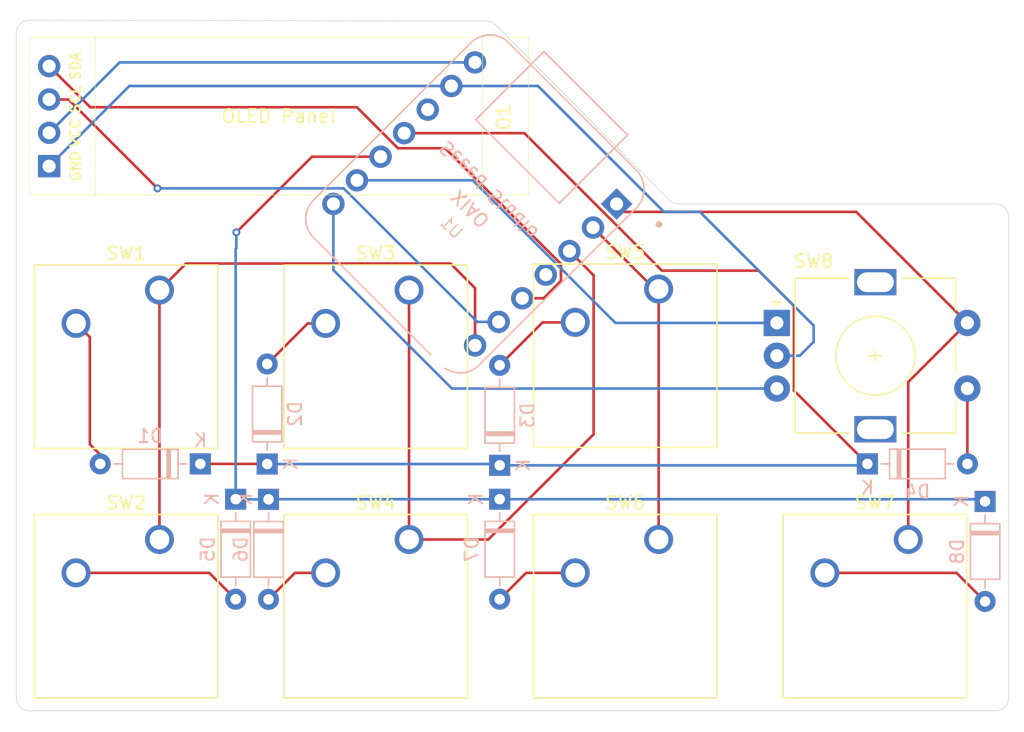
<source format=kicad_pcb>
(kicad_pcb (version 20240108) (generator "pcbnew") (generator_version "8.0")
  (layers (0 "F.Cu" signal) (31 "B.Cu" signal) (34 "B.Paste" user) (35 "F.Paste" user) (36 "B.SilkS" user "B.Silkscreen") (37 "F.SilkS" user "F.Silkscreen") (38 "B.Mask" user) (39 "F.Mask" user) (44 "Edge.Cuts" user))
  (net 0 "")
  (net 1 "ROW0")
  (net 2 "Net-(D1-A)")
  (net 3 "ROW1")
  (net 4 "Net-(D2-A)")
  (net 5 "Net-(D3-A)")
  (net 6 "Net-(D4-A)")
  (net 7 "Net-(D5-A)")
  (net 8 "Net-(D6-A)")
  (net 9 "Net-(D7-A)")
  (net 10 "Net-(D8-A)")
  (net 11 "COL0")
  (net 12 "COL1")
  (net 13 "COL2")
  (net 14 "COL3")
  (net 15 "GND")
  (net 16 "ROTA")
  (net 17 "ROTB")
  (net 19 "SDA")
  (net 20 "SCL")
  (net 21 "VCC")
  (footprint "Button_Switch_Keyboard:SW_Cherry_MX_1.00u_PCB" (layer "F.Cu") (at 261.05 145.95)
    (property "Reference" "SW7" (at -2.54 -2.794 0) (layer "F.SilkS"))
    (property "Value" "SW_Push_45deg")
    (fp_line (start -9.525 -1.905) (end 4.445 -1.905) (stroke (width 0.12)) (layer "F.SilkS"))
    (fp_line (start -9.525 12.065) (end -9.525 -1.905) (stroke (width 0.12)) (layer "F.SilkS"))
    (fp_line (start 4.445 -1.905) (end 4.445 12.065) (stroke (width 0.12)) (layer "F.SilkS"))
    (fp_line (start 4.445 12.065) (end -9.525 12.065) (stroke (width 0.12)) (layer "F.SilkS"))
    (pad "" np_thru_hole circle (at -7.62 5.08) (size 1.7 1.7) (drill 1.7) (layers "*.Cu" "*.Mask"))
    (pad "" np_thru_hole circle (at -2.54 5.08) (size 4 4) (drill 4) (layers "*.Cu" "*.Mask"))
    (pad "" np_thru_hole circle (at 2.54 5.08) (size 1.7 1.7) (drill 1.7) (layers "*.Cu" "*.Mask"))
    (pad "1" thru_hole circle (at 0 0) (size 2.2 2.2) (drill 1.5) (layers "*.Cu" "*.Mask") (net 14 "COL3"))
    (pad "2" thru_hole circle (at -6.35 2.54) (size 2.2 2.2) (drill 1.5) (layers "*.Cu" "*.Mask") (net 10 "Net-(D8-A)"))
  )
  (footprint "Button_Switch_Keyboard:SW_Cherry_MX_1.00u_PCB" (layer "F.Cu") (at 242.05 126.87)
    (property "Reference" "SW5" (at -2.54 -2.794 0) (layer "F.SilkS"))
    (property "Value" "SW_Push_45deg")
    (fp_line (start -9.525 -1.905) (end 4.445 -1.905) (stroke (width 0.12)) (layer "F.SilkS"))
    (fp_line (start -9.525 12.065) (end -9.525 -1.905) (stroke (width 0.12)) (layer "F.SilkS"))
    (fp_line (start 4.445 -1.905) (end 4.445 12.065) (stroke (width 0.12)) (layer "F.SilkS"))
    (fp_line (start 4.445 12.065) (end -9.525 12.065) (stroke (width 0.12)) (layer "F.SilkS"))
    (pad "" np_thru_hole circle (at -7.62 5.08) (size 1.7 1.7) (drill 1.7) (layers "*.Cu" "*.Mask"))
    (pad "" np_thru_hole circle (at -2.54 5.08) (size 4 4) (drill 4) (layers "*.Cu" "*.Mask"))
    (pad "" np_thru_hole circle (at 2.54 5.08) (size 1.7 1.7) (drill 1.7) (layers "*.Cu" "*.Mask"))
    (pad "1" thru_hole circle (at 0 0) (size 2.2 2.2) (drill 1.5) (layers "*.Cu" "*.Mask") (net 13 "COL2"))
    (pad "2" thru_hole circle (at -6.35 2.54) (size 2.2 2.2) (drill 1.5) (layers "*.Cu" "*.Mask") (net 5 "Net-(D3-A)"))
  )
  (footprint "Button_Switch_Keyboard:SW_Cherry_MX_1.00u_PCB" (layer "F.Cu") (at 204.05 145.95)
    (property "Reference" "SW2" (at -2.54 -2.794 0) (layer "F.SilkS"))
    (property "Value" "SW_Push_45deg")
    (fp_line (start -9.525 -1.905) (end 4.445 -1.905) (stroke (width 0.12)) (layer "F.SilkS"))
    (fp_line (start -9.525 12.065) (end -9.525 -1.905) (stroke (width 0.12)) (layer "F.SilkS"))
    (fp_line (start 4.445 -1.905) (end 4.445 12.065) (stroke (width 0.12)) (layer "F.SilkS"))
    (fp_line (start 4.445 12.065) (end -9.525 12.065) (stroke (width 0.12)) (layer "F.SilkS"))
    (pad "" np_thru_hole circle (at -7.62 5.08) (size 1.7 1.7) (drill 1.7) (layers "*.Cu" "*.Mask"))
    (pad "" np_thru_hole circle (at -2.54 5.08) (size 4 4) (drill 4) (layers "*.Cu" "*.Mask"))
    (pad "" np_thru_hole circle (at 2.54 5.08) (size 1.7 1.7) (drill 1.7) (layers "*.Cu" "*.Mask"))
    (pad "1" thru_hole circle (at 0 0) (size 2.2 2.2) (drill 1.5) (layers "*.Cu" "*.Mask") (net 11 "COL0"))
    (pad "2" thru_hole circle (at -6.35 2.54) (size 2.2 2.2) (drill 1.5) (layers "*.Cu" "*.Mask") (net 7 "Net-(D5-A)"))
  )
  (footprint "Button_Switch_Keyboard:SW_Cherry_MX_1.00u_PCB" (layer "F.Cu") (at 204.05 126.95)
    (property "Reference" "SW1" (at -2.54 -2.794 0) (layer "F.SilkS"))
    (property "Value" "SW_Push_45deg")
    (fp_line (start -9.525 -1.905) (end 4.445 -1.905) (stroke (width 0.12)) (layer "F.SilkS"))
    (fp_line (start -9.525 12.065) (end -9.525 -1.905) (stroke (width 0.12)) (layer "F.SilkS"))
    (fp_line (start 4.445 -1.905) (end 4.445 12.065) (stroke (width 0.12)) (layer "F.SilkS"))
    (fp_line (start 4.445 12.065) (end -9.525 12.065) (stroke (width 0.12)) (layer "F.SilkS"))
    (pad "" np_thru_hole circle (at -7.62 5.08) (size 1.7 1.7) (drill 1.7) (layers "*.Cu" "*.Mask"))
    (pad "" np_thru_hole circle (at -2.54 5.08) (size 4 4) (drill 4) (layers "*.Cu" "*.Mask"))
    (pad "" np_thru_hole circle (at 2.54 5.08) (size 1.7 1.7) (drill 1.7) (layers "*.Cu" "*.Mask"))
    (pad "1" thru_hole circle (at 0 0) (size 2.2 2.2) (drill 1.5) (layers "*.Cu" "*.Mask") (net 11 "COL0"))
    (pad "2" thru_hole circle (at -6.35 2.54) (size 2.2 2.2) (drill 1.5) (layers "*.Cu" "*.Mask") (net 2 "Net-(D1-A)"))
  )
  (footprint "Button_Switch_Keyboard:SW_Cherry_MX_1.00u_PCB" (layer "F.Cu") (at 242.05 145.95)
    (property "Reference" "SW6" (at -2.54 -2.794 0) (layer "F.SilkS"))
    (property "Value" "SW_Push_45deg")
    (fp_line (start -9.525 -1.905) (end 4.445 -1.905) (stroke (width 0.12)) (layer "F.SilkS"))
    (fp_line (start -9.525 12.065) (end -9.525 -1.905) (stroke (width 0.12)) (layer "F.SilkS"))
    (fp_line (start 4.445 -1.905) (end 4.445 12.065) (stroke (width 0.12)) (layer "F.SilkS"))
    (fp_line (start 4.445 12.065) (end -9.525 12.065) (stroke (width 0.12)) (layer "F.SilkS"))
    (pad "" np_thru_hole circle (at -7.62 5.08) (size 1.7 1.7) (drill 1.7) (layers "*.Cu" "*.Mask"))
    (pad "" np_thru_hole circle (at -2.54 5.08) (size 4 4) (drill 4) (layers "*.Cu" "*.Mask"))
    (pad "" np_thru_hole circle (at 2.54 5.08) (size 1.7 1.7) (drill 1.7) (layers "*.Cu" "*.Mask"))
    (pad "1" thru_hole circle (at 0 0) (size 2.2 2.2) (drill 1.5) (layers "*.Cu" "*.Mask") (net 13 "COL2"))
    (pad "2" thru_hole circle (at -6.35 2.54) (size 2.2 2.2) (drill 1.5) (layers "*.Cu" "*.Mask") (net 9 "Net-(D7-A)"))
  )
  (footprint "Button_Switch_Keyboard:SW_Cherry_MX_1.00u_PCB" (layer "F.Cu") (at 223.05 126.95)
    (property "Reference" "SW3" (at -2.54 -2.794 0) (layer "F.SilkS"))
    (property "Value" "SW_Push_45deg")
    (fp_line (start -9.525 -1.905) (end 4.445 -1.905) (stroke (width 0.12)) (layer "F.SilkS"))
    (fp_line (start -9.525 12.065) (end -9.525 -1.905) (stroke (width 0.12)) (layer "F.SilkS"))
    (fp_line (start 4.445 -1.905) (end 4.445 12.065) (stroke (width 0.12)) (layer "F.SilkS"))
    (fp_line (start 4.445 12.065) (end -9.525 12.065) (stroke (width 0.12)) (layer "F.SilkS"))
    (pad "" np_thru_hole circle (at -7.62 5.08) (size 1.7 1.7) (drill 1.7) (layers "*.Cu" "*.Mask"))
    (pad "" np_thru_hole circle (at -2.54 5.08) (size 4 4) (drill 4) (layers "*.Cu" "*.Mask"))
    (pad "" np_thru_hole circle (at 2.54 5.08) (size 1.7 1.7) (drill 1.7) (layers "*.Cu" "*.Mask"))
    (pad "1" thru_hole circle (at 0 0) (size 2.2 2.2) (drill 1.5) (layers "*.Cu" "*.Mask") (net 12 "COL1"))
    (pad "2" thru_hole circle (at -6.35 2.54) (size 2.2 2.2) (drill 1.5) (layers "*.Cu" "*.Mask") (net 4 "Net-(D2-A)"))
  )
  (footprint "Button_Switch_Keyboard:SW_Cherry_MX_1.00u_PCB" (layer "F.Cu") (at 223.05 145.95)
    (property "Reference" "SW4" (at -2.54 -2.794 0) (layer "F.SilkS"))
    (property "Value" "SW_Push_45deg")
    (fp_line (start -9.525 -1.905) (end 4.445 -1.905) (stroke (width 0.12)) (layer "F.SilkS"))
    (fp_line (start -9.525 12.065) (end -9.525 -1.905) (stroke (width 0.12)) (layer "F.SilkS"))
    (fp_line (start 4.445 -1.905) (end 4.445 12.065) (stroke (width 0.12)) (layer "F.SilkS"))
    (fp_line (start 4.445 12.065) (end -9.525 12.065) (stroke (width 0.12)) (layer "F.SilkS"))
    (pad "" np_thru_hole circle (at -7.62 5.08) (size 1.7 1.7) (drill 1.7) (layers "*.Cu" "*.Mask"))
    (pad "" np_thru_hole circle (at -2.54 5.08) (size 4 4) (drill 4) (layers "*.Cu" "*.Mask"))
    (pad "" np_thru_hole circle (at 2.54 5.08) (size 1.7 1.7) (drill 1.7) (layers "*.Cu" "*.Mask"))
    (pad "1" thru_hole circle (at 0 0) (size 2.2 2.2) (drill 1.5) (layers "*.Cu" "*.Mask") (net 12 "COL1"))
    (pad "2" thru_hole circle (at -6.35 2.54) (size 2.2 2.2) (drill 1.5) (layers "*.Cu" "*.Mask") (net 8 "Net-(D6-A)"))
  )
  (footprint "Rotary_Encoder:RotaryEncoder_Alps_EC11E-Switch_Vertical_H20mm" (layer "F.Cu") (at 251.05 129.45)
    (property "Reference" "SW8" (at 2.8 -4.7 0) (layer "F.SilkS"))
    (property "Value" "RotaryEncoder_Switch")
    (fp_line (start -0.3 -1.6) (end 0.3 -1.6) (stroke (width 0.12)) (layer "F.SilkS"))
    (fp_line (start 0 -1.3) (end -0.3 -1.6) (stroke (width 0.12)) (layer "F.SilkS"))
    (fp_line (start 0.3 -1.6) (end 0 -1.3) (stroke (width 0.12)) (layer "F.SilkS"))
    (fp_line (start 1.4 -3.4) (end 1.4 8.4) (stroke (width 0.12)) (layer "F.SilkS"))
    (fp_line (start 5.5 -3.4) (end 1.4 -3.4) (stroke (width 0.12)) (layer "F.SilkS"))
    (fp_line (start 5.5 8.4) (end 1.4 8.4) (stroke (width 0.12)) (layer "F.SilkS"))
    (fp_line (start 7 2.5) (end 8 2.5) (stroke (width 0.12)) (layer "F.SilkS"))
    (fp_line (start 7.5 2) (end 7.5 3) (stroke (width 0.12)) (layer "F.SilkS"))
    (fp_line (start 9.5 -3.4) (end 13.6 -3.4) (stroke (width 0.12)) (layer "F.SilkS"))
    (fp_line (start 13.6 -3.4) (end 13.6 -1) (stroke (width 0.12)) (layer "F.SilkS"))
    (fp_line (start 13.6 1.2) (end 13.6 3.8) (stroke (width 0.12)) (layer "F.SilkS"))
    (fp_line (start 13.6 6) (end 13.6 8.4) (stroke (width 0.12)) (layer "F.SilkS"))
    (fp_line (start 13.6 8.4) (end 9.5 8.4) (stroke (width 0.12)) (layer "F.SilkS"))
    (fp_circle (center 7.5 2.5) (end 10.5 2.5) (stroke (width 0.12)) (fill none) (layer "F.SilkS"))
    (pad "A" thru_hole rect (at 0 0) (size 2 2) (drill 1) (layers "*.Cu" "*.Mask") (net 16 "ROTA"))
    (pad "B" thru_hole circle (at 0 5) (size 2 2) (drill 1) (layers "*.Cu" "*.Mask") (net 17 "ROTB"))
    (pad "C" thru_hole circle (at 0 2.5) (size 2 2) (drill 1) (layers "*.Cu" "*.Mask") (net 15 "GND"))
    (pad "MP" thru_hole rect (at 7.5 -3.1) (size 3.2 2) (drill oval 2.8 1.5) (layers "*.Cu" "*.Mask"))
    (pad "MP" thru_hole rect (at 7.5 8.1) (size 3.2 2) (drill oval 2.8 1.5) (layers "*.Cu" "*.Mask"))
    (pad "S1" thru_hole circle (at 14.5 5) (size 2 2) (drill 1) (layers "*.Cu" "*.Mask") (net 6 "Net-(D4-A)"))
    (pad "S2" thru_hole circle (at 14.5 0) (size 2 2) (drill 1) (layers "*.Cu" "*.Mask") (net 14 "COL3"))
  )
  (footprint "Library:SSD1306-0.91-OLED-4pin-128x32" (layer "F.Cu") (at 232.15 119.7 180)
    (property "Reference" "O1" (at 1.9 5.91 90) (layer "F.SilkS"))
    (property "Value" "OLEd")
    (fp_line (start 38 12) (end 38 0) (stroke (width 0.04)) (layer "F.SilkS"))
    (fp_line (start 38 0) (end 0 0) (stroke (width 0.04)) (layer "F.SilkS"))
    (fp_line (start 33 0) (end 33 12) (stroke (width 0.04)) (layer "F.SilkS"))
    (fp_line (start 3.5 0) (end 3.5 12) (stroke (width 0.04)) (layer "F.SilkS"))
    (fp_line (start 0 11.999999) (end 38 12) (stroke (width 0.04)) (layer "F.SilkS"))
    (fp_line (start 0 0) (end 0 11.999999) (stroke (width 0.04)) (layer "F.SilkS"))
    (fp_text user "SDA" (at 34.499999 9.81 90) (layer "F.SilkS") (effects (font (size 0.75 0.75))))
    (fp_text user "GND" (at 34.5 2.19 90) (layer "F.SilkS") (effects (font (size 0.75 0.75))))
    (fp_text user "SCL" (at 34.5 7.27 90) (layer "F.SilkS") (effects (font (size 0.75 0.75))))
    (fp_text user "OLED Panel" (at 19 6 0) (layer "F.SilkS"))
    (fp_text user "VCC" (at 34.5 4.73 90) (layer "F.SilkS") (effects (font (size 0.75 0.75))))
    (pad "1" thru_hole rect (at 36.5 2.19 180) (size 1.7 1.7) (drill 1) (layers "*.Cu" "*.Mask") (net 15 "GND"))
    (pad "2" thru_hole oval (at 36.5 4.730001 180) (size 1.7 1.7) (drill 1) (layers "*.Cu" "*.Mask") (net 21 "VCC"))
    (pad "3" thru_hole oval (at 36.5 7.27 180) (size 1.7 1.7) (drill 1) (layers "*.Cu" "*.Mask") (net 20 "SCL"))
    (pad "4" thru_hole oval (at 36.5 9.81 180) (size 1.7 1.7) (drill 1) (layers "*.Cu" "*.Mask") (net 19 "SDA"))
  )
  (footprint "Diode_THT:D_DO-35_SOD27_P7.62mm_Horizontal" (layer "B.Cu") (at 229.95 142.880001 -90)
    (property "Reference" "D7" (at 3.81 2.12 90) (layer "B.SilkS") (effects (justify mirror)))
    (property "Value" "D")
    (fp_line (start 1.69 1.12) (end 5.93 1.12) (stroke (width 0.12)) (layer "B.SilkS"))
    (fp_line (start 5.93 1.12) (end 5.93 -1.12) (stroke (width 0.12)) (layer "B.SilkS"))
    (fp_line (start 1.69 0) (end 1.04 0) (stroke (width 0.12)) (layer "B.SilkS"))
    (fp_line (start 5.93 0) (end 6.58 0) (stroke (width 0.12)) (layer "B.SilkS"))
    (fp_line (start 1.69 -1.12) (end 1.69 1.12) (stroke (width 0.12)) (layer "B.SilkS"))
    (fp_line (start 2.29 -1.12) (end 2.29 1.12) (stroke (width 0.12)) (layer "B.SilkS"))
    (fp_line (start 2.41 -1.12) (end 2.41 1.12) (stroke (width 0.12)) (layer "B.SilkS"))
    (fp_line (start 2.53 -1.12) (end 2.53 1.12) (stroke (width 0.12)) (layer "B.SilkS"))
    (fp_line (start 5.93 -1.12) (end 1.69 -1.12) (stroke (width 0.12)) (layer "B.SilkS"))
    (fp_text user "K" (at 0 1.8 90) (layer "B.SilkS") (effects (justify mirror)))
    (pad "1" thru_hole rect (at 0 0 270) (size 1.6 1.6) (drill 0.8) (layers "*.Cu" "*.Mask") (net 3 "ROW1"))
    (pad "2" thru_hole oval (at 7.62 0 270) (size 1.6 1.6) (drill 0.8) (layers "*.Cu" "*.Mask") (net 9 "Net-(D7-A)"))
  )
  (footprint "Diode_THT:D_DO-35_SOD27_P7.62mm_Horizontal" (layer "B.Cu") (at 229.95 140.3 90)
    (property "Reference" "D3" (at 3.81 2.12 -90) (layer "B.SilkS") (effects (justify mirror)))
    (property "Value" "D")
    (fp_line (start 5.93 -1.12) (end 1.69 -1.12) (stroke (width 0.12)) (layer "B.SilkS"))
    (fp_line (start 2.53 -1.12) (end 2.53 1.12) (stroke (width 0.12)) (layer "B.SilkS"))
    (fp_line (start 2.41 -1.12) (end 2.41 1.12) (stroke (width 0.12)) (layer "B.SilkS"))
    (fp_line (start 2.29 -1.12) (end 2.29 1.12) (stroke (width 0.12)) (layer "B.SilkS"))
    (fp_line (start 1.69 -1.12) (end 1.69 1.12) (stroke (width 0.12)) (layer "B.SilkS"))
    (fp_line (start 5.93 0) (end 6.58 0) (stroke (width 0.12)) (layer "B.SilkS"))
    (fp_line (start 1.69 0) (end 1.04 0) (stroke (width 0.12)) (layer "B.SilkS"))
    (fp_line (start 5.93 1.12) (end 5.93 -1.12) (stroke (width 0.12)) (layer "B.SilkS"))
    (fp_line (start 1.69 1.12) (end 5.93 1.12) (stroke (width 0.12)) (layer "B.SilkS"))
    (fp_text user "K" (at 0 1.8 -90) (layer "B.SilkS") (effects (justify mirror)))
    (pad "1" thru_hole rect (at 0 0 90) (size 1.6 1.6) (drill 0.8) (layers "*.Cu" "*.Mask") (net 1 "ROW0"))
    (pad "2" thru_hole oval (at 7.62 0 90) (size 1.6 1.6) (drill 0.8) (layers "*.Cu" "*.Mask") (net 5 "Net-(D3-A)"))
  )
  (footprint "Diode_THT:D_DO-35_SOD27_P7.62mm_Horizontal" (layer "B.Cu") (at 266.9 143.05 -90)
    (property "Reference" "D8" (at 3.81 2.12 90) (layer "B.SilkS") (effects (justify mirror)))
    (property "Value" "D")
    (fp_line (start 1.69 1.12) (end 5.93 1.12) (stroke (width 0.12)) (layer "B.SilkS"))
    (fp_line (start 5.93 1.12) (end 5.93 -1.12) (stroke (width 0.12)) (layer "B.SilkS"))
    (fp_line (start 1.69 0) (end 1.04 0) (stroke (width 0.12)) (layer "B.SilkS"))
    (fp_line (start 5.93 0) (end 6.58 0) (stroke (width 0.12)) (layer "B.SilkS"))
    (fp_line (start 1.69 -1.12) (end 1.69 1.12) (stroke (width 0.12)) (layer "B.SilkS"))
    (fp_line (start 2.29 -1.12) (end 2.29 1.12) (stroke (width 0.12)) (layer "B.SilkS"))
    (fp_line (start 2.41 -1.12) (end 2.41 1.12) (stroke (width 0.12)) (layer "B.SilkS"))
    (fp_line (start 2.53 -1.12) (end 2.53 1.12) (stroke (width 0.12)) (layer "B.SilkS"))
    (fp_line (start 5.93 -1.12) (end 1.69 -1.12) (stroke (width 0.12)) (layer "B.SilkS"))
    (fp_text user "K" (at 0 1.8 90) (layer "B.SilkS") (effects (justify mirror)))
    (pad "1" thru_hole rect (at 0 0 270) (size 1.6 1.6) (drill 0.8) (layers "*.Cu" "*.Mask") (net 3 "ROW1"))
    (pad "2" thru_hole oval (at 7.62 0 270) (size 1.6 1.6) (drill 0.8) (layers "*.Cu" "*.Mask") (net 10 "Net-(D8-A)"))
  )
  (footprint "Library:XIAO-Generic-Thruhole-14P-2.54-21X17.8MM" (layer "B.Cu") (at 228.070157 120.386464 135)
    (property "Reference" "U1" (at 0 -2.54 -45) (layer "B.SilkS") (effects (font (size 0.889 0.889) (thickness 0.1016)) (justify mirror)))
    (property "Value" "Seeed Studio XIAO SAMD21" (hide yes))
    (fp_line (start 6.9 -10.5) (end -6.9 -10.5) (stroke (width 0.127)) (layer "B.SilkS"))
    (fp_line (start 8.9 8.5) (end 8.9 -8.5) (stroke (width 0.127)) (layer "B.SilkS"))
    (fp_line (start 4.5 4.57073) (end 4.5 11.92403) (stroke (width 0.127)) (layer "B.SilkS"))
    (fp_line (start -8.9 -8.5) (end -8.9 8.5) (stroke (width 0.127)) (layer "B.SilkS"))
    (fp_line (start 4.5 11.92403) (end -4.5 11.92403) (stroke (width 0.127)) (layer "B.SilkS"))
    (fp_line (start -4.5 4.57073) (end 4.5 4.57073) (stroke (width 0.127)) (layer "B.SilkS"))
    (fp_line (start -4.5 11.92403) (end -4.5 4.57073) (stroke (width 0.127)) (layer "B.SilkS"))
    (fp_line (start -6.9 10.49909) (end 6.9 10.49909) (stroke (width 0.127)) (layer "B.SilkS"))
    (fp_arc (start 6.9 -10.5) (mid 8.314213 -9.914213) (end 8.9 -8.5) (stroke (width 0.12)) (layer "B.SilkS"))
    (fp_arc (start 8.9 8.5) (mid 8.301494 9.901495) (end 6.9 10.5) (stroke (width 0.12)) (layer "B.SilkS"))
    (fp_arc (start -8.9 -8.5) (mid -8.301423 -9.901423) (end -6.9 -10.5) (stroke (width 0.12)) (layer "B.SilkS"))
    (fp_arc (start -6.9 10.5) (mid -8.301491 9.901491) (end -8.9 8.5) (stroke (width 0.12)) (layer "B.SilkS"))
    (fp_circle (center -11 8.8) (end -11 9.054) (fill solid) (layer "B.SilkS"))
    (fp_poly (pts (xy -8.887715 8.561705) (xy -8.884667 8.610473) (xy -8.880604 8.659494)) (stroke (width 0.0254)) (fill none) (layer "B.SilkS"))
    (fp_poly (pts (xy 8.889492 -8.521574) (xy 8.887713 -8.57085) (xy 8.884665 -8.619618) (xy 8.880601 -8.668639) (xy 8.875268 -8.717407) (xy 8.868664 -8.766175) (xy 8.861044 -8.81469) (xy 8.852152 -8.86295) (xy 8.842248 -8.910955)) (stroke (width 0.0254)) (fill none) (layer "B.SilkS"))
    (fp_text user "XIAO" (at 0 -0.499999 135) (layer "B.SilkS") (effects (justify mirror)))
    (fp_text user "Seeed Studio" (at 0 1.5 135) (layer "B.SilkS") (effects (justify mirror)))
    (pad "1" thru_hole rect (at -7.625 7.62 315) (size 1.7 1.7) (drill 1) (layers "*.Cu" "*.Mask") (net 14 "COL3"))
    (pad "2" thru_hole circle (at -7.625 5.08 315) (size 1.7 1.7) (drill 1) (layers "*.Cu" "*.Mask") (net 13 "COL2"))
    (pad "3" thru_hole circle (at -7.625 2.54 315) (size 1.7 1.7) (drill 1) (layers "*.Cu" "*.Mask") (net 12 "COL1"))
    (pad "4" thru_hole circle (at -7.625 0 315) (size 1.7 1.7) (drill 1) (layers "*.Cu" "*.Mask"))
    (pad "5" thru_hole circle (at -7.625 -2.54 315) (size 1.7 1.7) (drill 1) (layers "*.Cu" "*.Mask") (net 19 "SDA"))
    (pad "6" thru_hole circle (at -7.625 -5.08 135) (size 1.7 1.7) (drill 1) (layers "*.Cu" "*.Mask") (net 20 "SCL"))
    (pad "7" thru_hole circle (at -7.625 -7.62 315) (size 1.7 1.7) (drill 1) (layers "*.Cu" "*.Mask") (net 11 "COL0"))
    (pad "8" thru_hole circle (at 7.625 -7.62 315) (size 1.7 1.7) (drill 1) (layers "*.Cu" "*.Mask") (net 17 "ROTB"))
    (pad "9" thru_hole circle (at 7.625 -5.08 315) (size 1.7 1.7) (drill 1) (layers "*.Cu" "*.Mask") (net 16 "ROTA"))
    (pad "10" thru_hole circle (at 7.625 -2.54 315) (size 1.7 1.7) (drill 1) (layers "*.Cu" "*.Mask") (net 3 "ROW1"))
    (pad "11" thru_hole circle (at 7.625 0 315) (size 1.7 1.7) (drill 1) (layers "*.Cu" "*.Mask") (net 1 "ROW0"))
    (pad "12" thru_hole circle (at 7.625 2.54 315) (size 1.7 1.7) (drill 1) (layers "*.Cu" "*.Mask"))
    (pad "13" thru_hole circle (at 7.625 5.08 315) (size 1.7 1.7) (drill 1) (layers "*.Cu" "*.Mask") (net 15 "GND"))
    (pad "14" thru_hole circle (at 7.625 7.62 315) (size 1.7 1.7) (drill 1) (layers "*.Cu" "*.Mask") (net 21 "VCC"))
  )
  (footprint "Diode_THT:D_DO-35_SOD27_P7.62mm_Horizontal" (layer "B.Cu") (at 207.16 140.19 180)
    (property "Reference" "D1" (at 3.81 2.12 0) (layer "B.SilkS") (effects (justify mirror)))
    (property "Value" "D")
    (fp_line (start 5.93 1.12) (end 5.93 -1.12) (stroke (width 0.12)) (layer "B.SilkS"))
    (fp_line (start 5.93 0) (end 6.58 0) (stroke (width 0.12)) (layer "B.SilkS"))
    (fp_line (start 5.93 -1.12) (end 1.69 -1.12) (stroke (width 0.12)) (layer "B.SilkS"))
    (fp_line (start 2.53 -1.12) (end 2.53 1.12) (stroke (width 0.12)) (layer "B.SilkS"))
    (fp_line (start 2.41 -1.12) (end 2.41 1.12) (stroke (width 0.12)) (layer "B.SilkS"))
    (fp_line (start 2.29 -1.12) (end 2.29 1.12) (stroke (width 0.12)) (layer "B.SilkS"))
    (fp_line (start 1.69 1.12) (end 5.93 1.12) (stroke (width 0.12)) (layer "B.SilkS"))
    (fp_line (start 1.69 0) (end 1.04 0) (stroke (width 0.12)) (layer "B.SilkS"))
    (fp_line (start 1.69 -1.12) (end 1.69 1.12) (stroke (width 0.12)) (layer "B.SilkS"))
    (fp_text user "K" (at 0 1.8 0) (layer "B.SilkS") (effects (justify mirror)))
    (pad "1" thru_hole rect (at 0 0 180) (size 1.6 1.6) (drill 0.8) (layers "*.Cu" "*.Mask") (net 1 "ROW0"))
    (pad "2" thru_hole oval (at 7.62 0 180) (size 1.6 1.6) (drill 0.8) (layers "*.Cu" "*.Mask") (net 2 "Net-(D1-A)"))
  )
  (footprint "Diode_THT:D_DO-35_SOD27_P7.62mm_Horizontal" (layer "B.Cu") (at 209.85 142.880001 -90)
    (property "Reference" "D5" (at 3.81 2.12 90) (layer "B.SilkS") (effects (justify mirror)))
    (property "Value" "D")
    (fp_line (start 1.69 1.12) (end 5.93 1.12) (stroke (width 0.12)) (layer "B.SilkS"))
    (fp_line (start 5.93 1.12) (end 5.93 -1.12) (stroke (width 0.12)) (layer "B.SilkS"))
    (fp_line (start 1.69 0) (end 1.04 0) (stroke (width 0.12)) (layer "B.SilkS"))
    (fp_line (start 5.93 0) (end 6.58 0) (stroke (width 0.12)) (layer "B.SilkS"))
    (fp_line (start 1.69 -1.12) (end 1.69 1.12) (stroke (width 0.12)) (layer "B.SilkS"))
    (fp_line (start 2.29 -1.12) (end 2.29 1.12) (stroke (width 0.12)) (layer "B.SilkS"))
    (fp_line (start 2.41 -1.12) (end 2.41 1.12) (stroke (width 0.12)) (layer "B.SilkS"))
    (fp_line (start 2.53 -1.12) (end 2.53 1.12) (stroke (width 0.12)) (layer "B.SilkS"))
    (fp_line (start 5.93 -1.12) (end 1.69 -1.12) (stroke (width 0.12)) (layer "B.SilkS"))
    (fp_text user "K" (at 0 1.8 90) (layer "B.SilkS") (effects (justify mirror)))
    (pad "1" thru_hole rect (at 0 0 270) (size 1.6 1.6) (drill 0.8) (layers "*.Cu" "*.Mask") (net 3 "ROW1"))
    (pad "2" thru_hole oval (at 7.62 0 270) (size 1.6 1.6) (drill 0.8) (layers "*.Cu" "*.Mask") (net 7 "Net-(D5-A)"))
  )
  (footprint "Diode_THT:D_DO-35_SOD27_P7.62mm_Horizontal" (layer "B.Cu") (at 257.94 140.19)
    (property "Reference" "D4" (at 3.81 2.12 180) (layer "B.SilkS") (effects (justify mirror)))
    (property "Value" "D")
    (fp_line (start 1.69 -1.12) (end 1.69 1.12) (stroke (width 0.12)) (layer "B.SilkS"))
    (fp_line (start 1.69 0) (end 1.04 0) (stroke (width 0.12)) (layer "B.SilkS"))
    (fp_line (start 1.69 1.12) (end 5.93 1.12) (stroke (width 0.12)) (layer "B.SilkS"))
    (fp_line (start 2.29 -1.12) (end 2.29 1.12) (stroke (width 0.12)) (layer "B.SilkS"))
    (fp_line (start 2.41 -1.12) (end 2.41 1.12) (stroke (width 0.12)) (layer "B.SilkS"))
    (fp_line (start 2.53 -1.12) (end 2.53 1.12) (stroke (width 0.12)) (layer "B.SilkS"))
    (fp_line (start 5.93 -1.12) (end 1.69 -1.12) (stroke (width 0.12)) (layer "B.SilkS"))
    (fp_line (start 5.93 0) (end 6.58 0) (stroke (width 0.12)) (layer "B.SilkS"))
    (fp_line (start 5.93 1.12) (end 5.93 -1.12) (stroke (width 0.12)) (layer "B.SilkS"))
    (fp_text user "K" (at 0 1.8 180) (layer "B.SilkS") (effects (justify mirror)))
    (pad "1" thru_hole rect (at 0 0) (size 1.6 1.6) (drill 0.8) (layers "*.Cu" "*.Mask") (net 1 "ROW0"))
    (pad "2" thru_hole oval (at 7.62 0) (size 1.6 1.6) (drill 0.8) (layers "*.Cu" "*.Mask") (net 6 "Net-(D4-A)"))
  )
  (footprint "Diode_THT:D_DO-35_SOD27_P7.62mm_Horizontal" (layer "B.Cu") (at 212.35 142.89 -90)
    (property "Reference" "D6" (at 3.81 2.12 90) (layer "B.SilkS") (effects (justify mirror)))
    (property "Value" "D")
    (fp_line (start 1.69 1.12) (end 5.93 1.12) (stroke (width 0.12)) (layer "B.SilkS"))
    (fp_line (start 5.93 1.12) (end 5.93 -1.12) (stroke (width 0.12)) (layer "B.SilkS"))
    (fp_line (start 1.69 0) (end 1.04 0) (stroke (width 0.12)) (layer "B.SilkS"))
    (fp_line (start 5.93 0) (end 6.58 0) (stroke (width 0.12)) (layer "B.SilkS"))
    (fp_line (start 1.69 -1.12) (end 1.69 1.12) (stroke (width 0.12)) (layer "B.SilkS"))
    (fp_line (start 2.29 -1.12) (end 2.29 1.12) (stroke (width 0.12)) (layer "B.SilkS"))
    (fp_line (start 2.41 -1.12) (end 2.41 1.12) (stroke (width 0.12)) (layer "B.SilkS"))
    (fp_line (start 2.53 -1.12) (end 2.53 1.12) (stroke (width 0.12)) (layer "B.SilkS"))
    (fp_line (start 5.93 -1.12) (end 1.69 -1.12) (stroke (width 0.12)) (layer "B.SilkS"))
    (fp_text user "K" (at 0 1.8 90) (layer "B.SilkS") (effects (justify mirror)))
    (pad "1" thru_hole rect (at 0 0 270) (size 1.6 1.6) (drill 0.8) (layers "*.Cu" "*.Mask") (net 3 "ROW1"))
    (pad "2" thru_hole oval (at 7.62 0 270) (size 1.6 1.6) (drill 0.8) (layers "*.Cu" "*.Mask") (net 8 "Net-(D6-A)"))
  )
  (footprint "Diode_THT:D_DO-35_SOD27_P7.62mm_Horizontal" (layer "B.Cu") (at 212.25 140.2 90)
    (property "Reference" "D2" (at 3.81 2.12 -90) (layer "B.SilkS") (effects (justify mirror)))
    (property "Value" "D")
    (fp_line (start 5.93 -1.12) (end 1.69 -1.12) (stroke (width 0.12)) (layer "B.SilkS"))
    (fp_line (start 2.53 -1.12) (end 2.53 1.12) (stroke (width 0.12)) (layer "B.SilkS"))
    (fp_line (start 2.41 -1.12) (end 2.41 1.12) (stroke (width 0.12)) (layer "B.SilkS"))
    (fp_line (start 2.29 -1.12) (end 2.29 1.12) (stroke (width 0.12)) (layer "B.SilkS"))
    (fp_line (start 1.69 -1.12) (end 1.69 1.12) (stroke (width 0.12)) (layer "B.SilkS"))
    (fp_line (start 5.93 0) (end 6.58 0) (stroke (width 0.12)) (layer "B.SilkS"))
    (fp_line (start 1.69 0) (end 1.04 0) (stroke (width 0.12)) (layer "B.SilkS"))
    (fp_line (start 5.93 1.12) (end 5.93 -1.12) (stroke (width 0.12)) (layer "B.SilkS"))
    (fp_line (start 1.69 1.12) (end 5.93 1.12) (stroke (width 0.12)) (layer "B.SilkS"))
    (fp_text user "K" (at 0 1.8 -90) (layer "B.SilkS") (effects (justify mirror)))
    (pad "1" thru_hole rect (at 0 0 90) (size 1.6 1.6) (drill 0.8) (layers "*.Cu" "*.Mask") (net 1 "ROW0"))
    (pad "2" thru_hole oval (at 7.62 0 90) (size 1.6 1.6) (drill 0.8) (layers "*.Cu" "*.Mask") (net 4 "Net-(D2-A)"))
  )
  (gr_line (start 193.15 158) (end 193.15 120.95) (stroke (width 0.05)) (layer "Edge.Cuts"))
  (gr_line (start 267.692893 159) (end 194.15 159) (stroke (width 0.05)) (layer "Edge.Cuts"))
  (gr_arc (start 268.692893 158) (mid 268.4 158.707107) (end 267.692893 159) (stroke (width 0.05)) (layer "Edge.Cuts"))
  (gr_line (start 268.692893 121.39) (end 268.692893 158) (stroke (width 0.05)) (layer "Edge.Cuts"))
  (gr_line (start 194.1515 106.391502) (end 228.933708 106.449376) (stroke (width 0.05)) (layer "Edge.Cuts"))
  (gr_arc (start 194.15 159) (mid 193.442893 158.707107) (end 193.15 158) (stroke (width 0.05)) (layer "Edge.Cuts"))
  (gr_arc (start 193.15 107.391501) (mid 193.443423 106.683863) (end 194.1515 106.391502) (stroke (width 0.05)) (layer "Edge.Cuts"))
  (gr_line (start 193.15 120.95) (end 193.15 107.391501) (stroke (width 0.05)) (layer "Edge.Cuts"))
  (gr_arc (start 228.933708 106.449376) (mid 229.317913 106.526754) (end 229.642874 106.745845) (stroke (width 0.05)) (layer "Edge.Cuts"))
  (gr_arc (start 243.567173 120.39) (mid 243.18216 120.312908) (end 242.856507 120.093529) (stroke (width 0.05)) (layer "Edge.Cuts"))
  (gr_line (start 243.567173 120.39) (end 267.692893 120.39) (stroke (width 0.05)) (layer "Edge.Cuts"))
  (gr_line (start 229.642874 106.745845) (end 242.856507 120.093529) (stroke (width 0.05)) (layer "Edge.Cuts"))
  (gr_arc (start 267.692893 120.39) (mid 268.4 120.682893) (end 268.692893 121.39) (stroke (width 0.05)) (layer "Edge.Cuts"))
  (segment (start 252.35 128.15) (end 252.35 134.6) (width 0.2) (layer "F.Cu") (net 1))
  (segment (start 222.678468 114.994775) (end 231.828429 114.994775) (width 0.2) (layer "F.Cu") (net 1))
  (segment (start 249.67 125.47) (end 252.35 128.15) (width 0.2) (layer "F.Cu") (net 1))
  (segment (start 252.35 134.6) (end 257.94 140.19) (width 0.2) (layer "F.Cu") (net 1))
  (segment (start 207.16 140.19) (end 212.24 140.19) (width 0.2) (layer "F.Cu") (net 1))
  (segment (start 231.828429 114.994775) (end 242.303654 125.47) (width 0.2) (layer "F.Cu") (net 1))
  (segment (start 212.24 140.19) (end 212.25 140.2) (width 0.2) (layer "F.Cu") (net 1))
  (segment (start 242.303654 125.47) (end 249.67 125.47) (width 0.2) (layer "F.Cu") (net 1))
  (segment (start 229.95 140.3) (end 257.83 140.3) (width 0.2) (layer "B.Cu") (net 1))
  (segment (start 257.83 140.3) (end 257.94 140.19) (width 0.2) (layer "B.Cu") (net 1))
  (segment (start 229.15 140.2) (end 212.25 140.2) (width 0.2) (layer "B.Cu") (net 1))
  (segment (start 229.95 140.3) (end 229.25 140.3) (width 0.2) (layer "B.Cu") (net 1))
  (segment (start 206.86 140.09) (end 206.46 140.49) (width 0.2) (layer "B.Cu") (net 1))
  (segment (start 229.25 140.3) (end 229.15 140.2) (width 0.2) (layer "B.Cu") (net 1))
  (segment (start 212.15 140.1) (end 212.14 140.09) (width 0.2) (layer "B.Cu") (net 1))
  (segment (start 198.75 138.7) (end 198.75 130.54) (width 0.2) (layer "F.Cu") (net 2))
  (segment (start 198.75 130.54) (end 197.7 129.49) (width 0.2) (layer "F.Cu") (net 2))
  (segment (start 200.24 140.19) (end 198.75 138.7) (width 0.2) (layer "F.Cu") (net 2))
  (segment (start 220.882417 116.790826) (end 215.659174 116.790826) (width 0.2) (layer "F.Cu") (net 3))
  (segment (start 215.659174 116.790826) (end 209.9 122.55) (width 0.2) (layer "F.Cu") (net 3))
  (segment (start 209.85 142.880001) (end 210.2 142.530001) (width 0.2) (layer "F.Cu") (net 3))
  (via (at 209.9 122.55) (size 0.6) (drill 0.3) (layers "F.Cu" "B.Cu") (net 3))
  (segment (start 209.85 123.8) (end 209.85 142.880001) (width 0.2) (layer "B.Cu") (net 3))
  (segment (start 212.35 142.89) (end 209.859999 142.89) (width 0.2) (layer "B.Cu") (net 3))
  (segment (start 229.95 142.880001) (end 266.730001 142.880001) (width 0.2) (layer "B.Cu") (net 3))
  (segment (start 209.9 122.55) (end 209.9 123.75) (width 0.2) (layer "B.Cu") (net 3))
  (segment (start 209.9 122.55) (end 209.9 122.6) (width 0.2) (layer "B.Cu") (net 3))
  (segment (start 266.730001 142.880001) (end 266.9 143.05) (width 0.2) (layer "B.Cu") (net 3))
  (segment (start 229.95 142.880001) (end 212.359999 142.880001) (width 0.2) (layer "B.Cu") (net 3))
  (segment (start 230.119999 143.05) (end 229.95 142.880001) (width 0.2) (layer "B.Cu") (net 3))
  (segment (start 209.859999 142.89) (end 209.85 142.880001) (width 0.2) (layer "B.Cu") (net 3))
  (segment (start 209.9 123.75) (end 209.85 123.8) (width 0.2) (layer "B.Cu") (net 3))
  (segment (start 209.9 122.6) (end 209.85 122.65) (width 0.2) (layer "B.Cu") (net 3))
  (segment (start 212.359999 142.880001) (end 212.35 142.89) (width 0.2) (layer "B.Cu") (net 3))
  (segment (start 215.34 129.49) (end 216.7 129.49) (width 0.2) (layer "F.Cu") (net 4))
  (segment (start 212.25 132.58) (end 215.34 129.49) (width 0.2) (layer "F.Cu") (net 4))
  (segment (start 235.7 129.41) (end 233.22 129.41) (width 0.2) (layer "F.Cu") (net 5))
  (segment (start 233.22 129.41) (end 229.95 132.68) (width 0.2) (layer "F.Cu") (net 5))
  (segment (start 265.55 140.18) (end 265.56 140.19) (width 0.2) (layer "F.Cu") (net 6))
  (segment (start 265.55 134.45) (end 265.55 140.18) (width 0.2) (layer "F.Cu") (net 6))
  (segment (start 197.7 148.49) (end 207.839999 148.49) (width 0.2) (layer "F.Cu") (net 7))
  (segment (start 207.839999 148.49) (end 209.85 150.500001) (width 0.2) (layer "F.Cu") (net 7))
  (segment (start 212.35 150.51) (end 214.37 148.49) (width 0.2) (layer "F.Cu") (net 8))
  (segment (start 214.37 148.49) (end 216.7 148.49) (width 0.2) (layer "F.Cu") (net 8))
  (segment (start 235.7 148.49) (end 231.960001 148.49) (width 0.2) (layer "F.Cu") (net 9))
  (segment (start 231.960001 148.49) (end 229.95 150.500001) (width 0.2) (layer "F.Cu") (net 9))
  (segment (start 264.72 148.49) (end 266.9 150.67) (width 0.2) (layer "F.Cu") (net 10))
  (segment (start 254.7 148.49) (end 264.72 148.49) (width 0.2) (layer "F.Cu") (net 10))
  (segment (start 204.05 126.95) (end 206.071847 124.928153) (width 0.2) (layer "F.Cu") (net 11))
  (segment (start 228.073693 130.976307) (end 228.3 130.75) (width 0.2) (layer "F.Cu") (net 11))
  (segment (start 228.073693 131.166307) (end 228.073693 130.976307) (width 0.2) (layer "F.Cu") (net 11))
  (segment (start 204.05 126.95) (end 204.05 145.95) (width 0.2) (layer "F.Cu") (net 11))
  (segment (start 228.073693 126.801846) (end 226.2 124.928153) (width 0.2) (layer "F.Cu") (net 11))
  (segment (start 206.071847 124.928153) (end 226.2 124.928153) (width 0.2) (layer "F.Cu") (net 11))
  (segment (start 228.073693 131.166307) (end 228.073693 126.801846) (width 0.2) (layer "F.Cu") (net 11))
  (segment (start 229.080001 145.95) (end 237.1 137.930001) (width 0.2) (layer "F.Cu") (net 12))
  (segment (start 223.05 145.95) (end 229.080001 145.95) (width 0.2) (layer "F.Cu") (net 12))
  (segment (start 237.1 137.930001) (end 237.1 125.824205) (width 0.2) (layer "F.Cu") (net 12))
  (segment (start 237.1 125.824205) (end 235.257897 123.982102) (width 0.2) (layer "F.Cu") (net 12))
  (segment (start 223.05 126.95) (end 223.05 145.95) (width 0.2) (layer "F.Cu") (net 12))
  (segment (start 241.737898 126.87) (end 242.05 126.87) (width 0.2) (layer "F.Cu") (net 13))
  (segment (start 237.053949 122.186051) (end 241.737898 126.87) (width 0.2) (layer "F.Cu") (net 13))
  (segment (start 242.05 126.87) (end 242.05 145.95) (width 0.2) (layer "F.Cu") (net 13))
  (segment (start 261.05 133.95) (end 265.55 129.45) (width 0.2) (layer "F.Cu") (net 14))
  (segment (start 261.05 145.95) (end 261.05 133.95) (width 0.2) (layer "F.Cu") (net 14))
  (segment (start 239.451041 120.991041) (end 257.091041 120.991041) (width 0.2) (layer "F.Cu") (net 14))
  (segment (start 238.85 120.39) (end 239.451041 120.991041) (width 0.2) (layer "F.Cu") (net 14))
  (segment (start 257.091041 120.991041) (end 265.55 129.45) (width 0.2) (layer "F.Cu") (net 14))
  (segment (start 236.20214 114.74214) (end 236.278256 114.818256) (width 0.2) (layer "B.Cu") (net 15))
  (segment (start 232.862672 111.402672) (end 236.20214 114.74214) (width 0.2) (layer "B.Cu") (net 15))
  (segment (start 253.85 129.65) (end 253.85 130.89) (width 0.2) (layer "B.Cu") (net 15))
  (segment (start 226.27057 111.402672) (end 232.862672 111.402672) (width 0.2) (layer "B.Cu") (net 15))
  (segment (start 236.278256 114.818256) (end 242.45 120.99) (width 0.2) (layer "B.Cu") (net 15))
  (segment (start 252.79 131.95) (end 251.05 131.95) (width 0.2) (layer "B.Cu") (net 15))
  (segment (start 245.19 120.99) (end 253.85 129.65) (width 0.2) (layer "B.Cu") (net 15))
  (segment (start 201.757328 111.402672) (end 195.65 117.51) (width 0.2) (layer "B.Cu") (net 15))
  (segment (start 253.85 130.89) (end 252.79 131.95) (width 0.2) (layer "B.Cu") (net 15))
  (segment (start 226.27057 111.402672) (end 201.757328 111.402672) (width 0.2) (layer "B.Cu") (net 15))
  (segment (start 242.45 120.99) (end 245.19 120.99) (width 0.2) (layer "B.Cu") (net 15))
  (segment (start 251.05 129.45) (end 238.760039 129.45) (width 0.2) (layer "B.Cu") (net 16))
  (segment (start 227.896916 118.586877) (end 219.086365 118.586877) (width 0.2) (layer "B.Cu") (net 16))
  (segment (start 238.760039 129.45) (end 227.896916 118.586877) (width 0.2) (layer "B.Cu") (net 16))
  (segment (start 251.05 134.45) (end 226.312944 134.45) (width 0.2) (layer "B.Cu") (net 17))
  (segment (start 217.290314 125.42737) (end 217.290314 120.382928) (width 0.2) (layer "B.Cu") (net 17))
  (segment (start 226.312944 134.45) (end 217.290314 125.42737) (width 0.2) (layer "B.Cu") (net 17))
  (segment (start 198.781326 113.021326) (end 195.65 109.89) (width 0.2) (layer "F.Cu") (net 19))
  (segment (start 225.794224 116.144775) (end 222.202122 116.144775) (width 0.2) (layer "F.Cu") (net 19))
  (segment (start 219.078674 113.021326) (end 198.781326 113.021326) (width 0.2) (layer "F.Cu") (net 19))
  (segment (start 233.292141 127.574204) (end 234.611846 126.254499) (width 0.2) (layer "F.Cu") (net 19))
  (segment (start 231.665795 127.574204) (end 233.292141 127.574204) (width 0.2) (layer "F.Cu") (net 19))
  (segment (start 222.202122 116.144775) (end 219.078674 113.021326) (width 0.2) (layer "F.Cu") (net 19))
  (segment (start 234.611846 124.962397) (end 225.794224 116.144775) (width 0.2) (layer "F.Cu") (net 19))
  (segment (start 234.611846 126.254499) (end 234.611846 124.962397) (width 0.2) (layer "F.Cu") (net 19))
  (segment (start 229.869744 129.370256) (end 229.869744 129.469744) (width 0.2) (layer "F.Cu") (net 20))
  (segment (start 229.869744 129.469744) (end 229.9 129.5) (width 0.2) (layer "F.Cu") (net 20))
  (segment (start 197.13 112.43) (end 195.65 112.43) (width 0.2) (layer "F.Cu") (net 20))
  (segment (start 203.9 119.2) (end 197.13 112.43) (width 0.2) (layer "F.Cu") (net 20))
  (via (at 203.9 119.2) (size 0.6) (drill 0.3) (layers "F.Cu" "B.Cu") (net 20))
  (segment (start 229.869744 129.370256) (end 228.243398 129.370256) (width 0.2) (layer "B.Cu") (net 20))
  (segment (start 218.073142 119.2) (end 203.9 119.2) (width 0.2) (layer "B.Cu") (net 20))
  (segment (start 228.243398 129.370256) (end 218.073142 119.2) (width 0.2) (layer "B.Cu") (net 20))
  (segment (start 228.066621 109.606621) (end 201.013378 109.606621) (width 0.2) (layer "B.Cu") (net 21))
  (segment (start 201.013378 109.606621) (end 195.65 114.969999) (width 0.2) (layer "B.Cu") (net 21))
)
</source>
